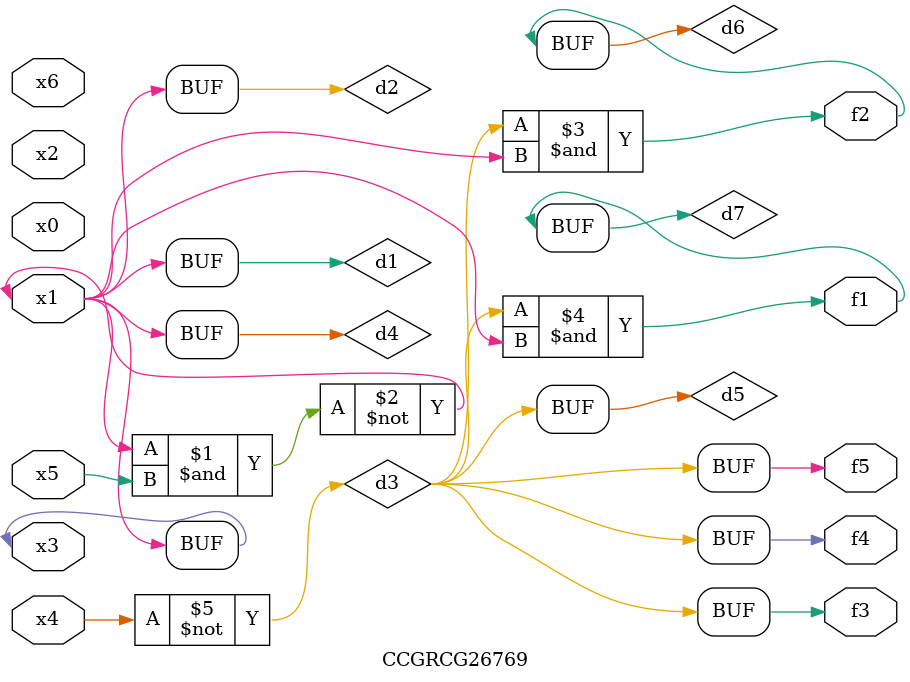
<source format=v>
module CCGRCG26769(
	input x0, x1, x2, x3, x4, x5, x6,
	output f1, f2, f3, f4, f5
);

	wire d1, d2, d3, d4, d5, d6, d7;

	buf (d1, x1, x3);
	nand (d2, x1, x5);
	not (d3, x4);
	buf (d4, d1, d2);
	buf (d5, d3);
	and (d6, d3, d4);
	and (d7, d3, d4);
	assign f1 = d7;
	assign f2 = d6;
	assign f3 = d5;
	assign f4 = d5;
	assign f5 = d5;
endmodule

</source>
